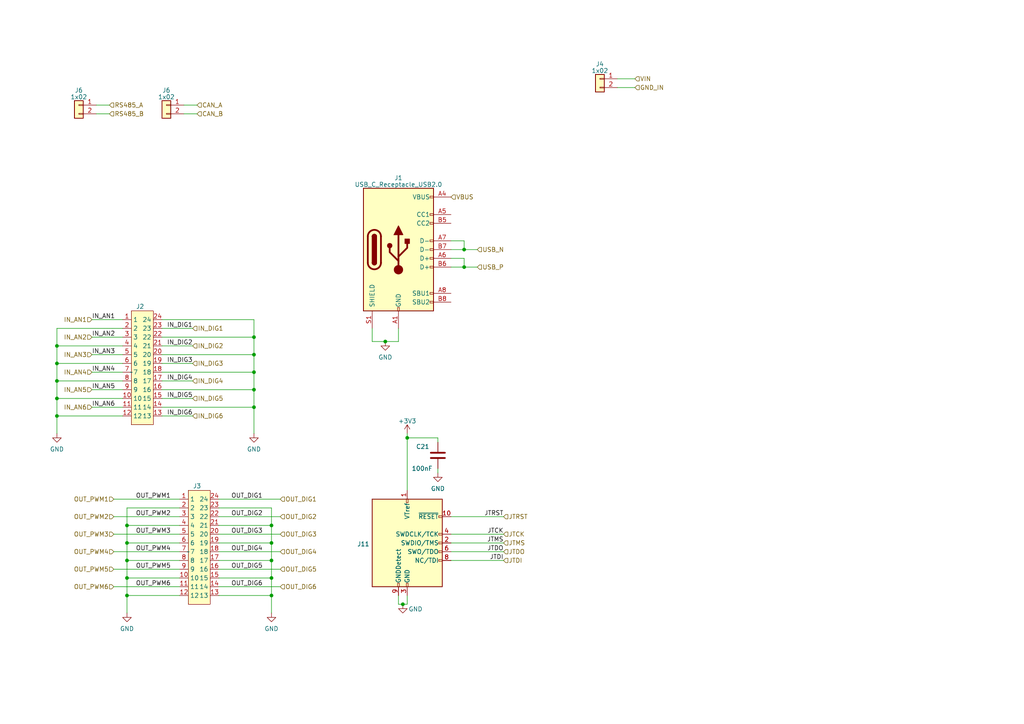
<source format=kicad_sch>
(kicad_sch (version 20230121) (generator eeschema)
  (paper "A4")
  (lib_symbols
    (symbol "Capacitors_0603:100nF" (pin_numbers hide) (pin_names (offset 0.254))
      (property "Reference" "C" (at 0.635 2.54 0))
      (property "Value" "100nF" (at 0.635 -2.54 0))
      (symbol "100nF_0_1"
        (polyline (pts (xy -2.032 -0.762) (xy 2.032 -0.762)) (stroke (width 0.508)))
        (polyline (pts (xy -2.032 0.762) (xy 2.032 0.762)) (stroke (width 0.508)))
      )
      (symbol "100nF_1_1"
        (pin passive line (at 0 3.81 270) (length 2.794) (name "~") (number "1"))
        (pin passive line (at 0 -3.81 90) (length 2.794) (name "~") (number "2"))
      )
    )
    (symbol "Connectors:1x02" (pin_names (offset 1.016) hide)
      (property "Reference" "J" (at 0 2.54 0))
      (property "Value" "1x02" (at 0 -5.08 0))
      (symbol "1x02_1_1"
        (rectangle (start -1.27 -2.413) (end 0 -2.667) (stroke (width 0.1524)))
        (rectangle (start -1.27 0.127) (end 0 -0.127) (stroke (width 0.1524)))
        (rectangle (start -1.27 1.27) (end 1.27 -3.81) (stroke (width 0.254)) (fill (type background)))
        (pin passive line (at -5.08 0 0) (length 3.81) (name "Pin_1") (number "1"))
        (pin passive line (at -5.08 -2.54 0) (length 3.81) (name "Pin_2") (number "2"))
      )
    )
    (symbol "Connectors:SWD_10_0.05" (pin_names (offset 1.016))
      (property "Reference" "J" (at -2.54 16.51 0))
      (property "Value" "Conn_ARM_JTAG_SWD_10" (at -2.54 13.97 0))
      (symbol "SWD_10_0.05_0_1"
        (rectangle (start -10.16 12.7) (end 10.16 -12.7) (stroke (width 0.254)) (fill (type background)))
        (rectangle (start -2.794 -12.7) (end -2.286 -11.684))
        (rectangle (start -0.254 -12.7) (end 0.254 -11.684))
        (rectangle (start -0.254 12.7) (end 0.254 11.684))
        (rectangle (start 9.144 2.286) (end 10.16 2.794))
        (rectangle (start 10.16 -2.794) (end 9.144 -2.286))
        (rectangle (start 10.16 -0.254) (end 9.144 0.254))
        (rectangle (start 10.16 7.874) (end 9.144 7.366))
      )
      (symbol "SWD_10_0.05_1_1"
        (rectangle (start 9.144 -5.334) (end 10.16 -4.826))
        (pin power_in line (at 0 15.24 270) (length 2.54) (name "VTref") (number "1"))
        (pin open_collector line (at 12.7 7.62 180) (length 2.54) (name "~{RESET}") (number "10"))
        (pin bidirectional line (at 12.7 0 180) (length 2.54) (name "SWDIO/TMS") (number "2"))
        (pin power_in line (at 0 -15.24 90) (length 2.54) (name "GND") (number "3"))
        (pin output line (at 12.7 2.54 180) (length 2.54) (name "SWDCLK/TCK") (number "4"))
        (pin passive line (at 0 -15.24 90) (length 2.54) hide (name "GND") (number "5"))
        (pin input line (at 12.7 -2.54 180) (length 2.54) (name "SWO/TDO") (number "6"))
        (pin no_connect line (at -10.16 0 0) (length 2.54) hide (name "KEY") (number "7"))
        (pin output line (at 12.7 -5.08 180) (length 2.54) (name "NC/TDI") (number "8"))
        (pin passive line (at -2.54 -15.24 90) (length 2.54) (name "GNDDetect") (number "9"))
      )
    )
    (symbol "Connectors:USB_C_Receptacle_USB2.0" (pin_names (offset 1.016))
      (property "Reference" "J" (at -10.16 19.05 0))
      (property "Value" "USB_C_Receptacle_USB2.0" (at 19.05 19.05 0))
      (symbol "USB_C_Receptacle_USB2.0_0_0"
        (rectangle (start -0.254 -17.78) (end 0.254 -16.764))
        (rectangle (start 10.16 -14.986) (end 9.144 -15.494))
        (rectangle (start 10.16 -12.446) (end 9.144 -12.954))
        (rectangle (start 10.16 -4.826) (end 9.144 -5.334))
        (rectangle (start 10.16 -2.286) (end 9.144 -2.794))
        (rectangle (start 10.16 0.254) (end 9.144 -0.254))
        (rectangle (start 10.16 2.794) (end 9.144 2.286))
        (rectangle (start 10.16 7.874) (end 9.144 7.366))
        (rectangle (start 10.16 10.414) (end 9.144 9.906))
        (rectangle (start 10.16 15.494) (end 9.144 14.986))
      )
      (symbol "USB_C_Receptacle_USB2.0_0_1"
        (rectangle (start -10.16 17.78) (end 10.16 -17.78) (stroke (width 0.254)) (fill (type background)))
        (arc (start -8.89 -3.81) (mid -6.985 -5.7067) (end -5.08 -3.81) (stroke (width 0.508)))
        (arc (start -7.62 -3.81) (mid -6.985 -4.4423) (end -6.35 -3.81) (stroke (width 0.254)))
        (arc (start -7.62 -3.81) (mid -6.985 -4.4423) (end -6.35 -3.81) (stroke (width 0.254)) (fill (type outline)))
        (rectangle (start -7.62 -3.81) (end -6.35 3.81) (stroke (width 0.254)) (fill (type outline)))
        (arc (start -6.35 3.81) (mid -6.985 4.4423) (end -7.62 3.81) (stroke (width 0.254)))
        (arc (start -6.35 3.81) (mid -6.985 4.4423) (end -7.62 3.81) (stroke (width 0.254)) (fill (type outline)))
        (arc (start -5.08 3.81) (mid -6.985 5.7067) (end -8.89 3.81) (stroke (width 0.508)))
        (circle (center -2.54 1.143) (radius 0.635) (stroke (width 0.254)) (fill (type outline)))
        (circle (center 0 -5.842) (radius 1.27) (fill (type outline)))
        (polyline (pts (xy -8.89 -3.81) (xy -8.89 3.81)) (stroke (width 0.508)))
        (polyline (pts (xy -5.08 3.81) (xy -5.08 -3.81)) (stroke (width 0.508)))
        (polyline (pts (xy 0 -5.842) (xy 0 4.318)) (stroke (width 0.508)))
        (polyline (pts (xy 0 -3.302) (xy -2.54 -0.762) (xy -2.54 0.508)) (stroke (width 0.508)))
        (polyline (pts (xy 0 -2.032) (xy 2.54 0.508) (xy 2.54 1.778)) (stroke (width 0.508)))
        (polyline (pts (xy -1.27 4.318) (xy 0 6.858) (xy 1.27 4.318) (xy -1.27 4.318)) (stroke (width 0.254)) (fill (type outline)))
        (rectangle (start 1.905 1.778) (end 3.175 3.048) (stroke (width 0.254)) (fill (type outline)))
      )
      (symbol "USB_C_Receptacle_USB2.0_1_1"
        (pin passive line (at 0 -22.86 90) (length 5.08) (name "GND") (number "A1"))
        (pin passive line (at 0 -22.86 90) (length 5.08) hide (name "GND") (number "A12"))
        (pin passive line (at 15.24 15.24 180) (length 5.08) (name "VBUS") (number "A4"))
        (pin bidirectional line (at 15.24 10.16 180) (length 5.08) (name "CC1") (number "A5"))
        (pin bidirectional line (at 15.24 -2.54 180) (length 5.08) (name "D+") (number "A6"))
        (pin bidirectional line (at 15.24 2.54 180) (length 5.08) (name "D-") (number "A7"))
        (pin bidirectional line (at 15.24 -12.7 180) (length 5.08) (name "SBU1") (number "A8"))
        (pin passive line (at 15.24 15.24 180) (length 5.08) hide (name "VBUS") (number "A9"))
        (pin passive line (at 0 -22.86 90) (length 5.08) hide (name "GND") (number "B1"))
        (pin passive line (at 0 -22.86 90) (length 5.08) hide (name "GND") (number "B12"))
        (pin passive line (at 15.24 15.24 180) (length 5.08) hide (name "VBUS") (number "B4"))
        (pin bidirectional line (at 15.24 7.62 180) (length 5.08) (name "CC2") (number "B5"))
        (pin bidirectional line (at 15.24 -5.08 180) (length 5.08) (name "D+") (number "B6"))
        (pin bidirectional line (at 15.24 0 180) (length 5.08) (name "D-") (number "B7"))
        (pin bidirectional line (at 15.24 -15.24 180) (length 5.08) (name "SBU2") (number "B8"))
        (pin passive line (at 15.24 15.24 180) (length 5.08) hide (name "VBUS") (number "B9"))
        (pin passive line (at -7.62 -22.86 90) (length 5.08) (name "SHIELD") (number "S1"))
      )
    )
    (symbol "Connectors:Wurth_24pins_3mm_2rows"
      (property "Reference" "J" (at 1.27 19.05 0))
      (property "Manufacturer Part Number" "66202421022" (at 10.16 24.13 0))
      (symbol "Wurth_24pins_3mm_2rows_1_1"
        (rectangle (start -2.54 17.78) (end 3.81 -15.24) (fill (type background)))
        (pin passive line (at -5.08 15.24 0) (length 2.54) (name "1") (number "1"))
        (pin passive line (at -5.08 -7.62 0) (length 2.54) (name "10") (number "10"))
        (pin passive line (at -5.08 -10.16 0) (length 2.54) (name "11") (number "11"))
        (pin passive line (at -5.08 -12.7 0) (length 2.54) (name "12") (number "12"))
        (pin passive line (at 6.35 -12.7 180) (length 2.54) (name "13") (number "13"))
        (pin passive line (at 6.35 -10.16 180) (length 2.54) (name "14") (number "14"))
        (pin passive line (at 6.35 -7.62 180) (length 2.54) (name "15") (number "15"))
        (pin passive line (at 6.35 -5.08 180) (length 2.54) (name "16") (number "16"))
        (pin passive line (at 6.35 -2.54 180) (length 2.54) (name "17") (number "17"))
        (pin passive line (at 6.35 0 180) (length 2.54) (name "18") (number "18"))
        (pin passive line (at 6.35 2.54 180) (length 2.54) (name "19") (number "19"))
        (pin passive line (at -5.08 12.7 0) (length 2.54) (name "2") (number "2"))
        (pin passive line (at 6.35 5.08 180) (length 2.54) (name "20") (number "20"))
        (pin passive line (at 6.35 7.62 180) (length 2.54) (name "21") (number "21"))
        (pin passive line (at 6.35 10.16 180) (length 2.54) (name "22") (number "22"))
        (pin passive line (at 6.35 12.7 180) (length 2.54) (name "23") (number "23"))
        (pin passive line (at 6.35 15.24 180) (length 2.54) (name "24") (number "24"))
        (pin passive line (at -5.08 10.16 0) (length 2.54) (name "3") (number "3"))
        (pin passive line (at -5.08 7.62 0) (length 2.54) (name "4") (number "4"))
        (pin passive line (at -5.08 5.08 0) (length 2.54) (name "5") (number "5"))
        (pin passive line (at -5.08 2.54 0) (length 2.54) (name "6") (number "6"))
        (pin passive line (at -5.08 0 0) (length 2.54) (name "7") (number "7"))
        (pin passive line (at -5.08 -2.54 0) (length 2.54) (name "8") (number "8"))
        (pin passive line (at -5.08 -5.08 0) (length 2.54) (name "9") (number "9"))
      )
    )
    (symbol "power:+3V3" (power) (pin_names (offset 0))
      (property "Value" "+3V3" (at 0 3.556 0))
      (symbol "+3V3_0_1"
        (polyline (pts (xy -0.762 1.27) (xy 0 2.54)))
        (polyline (pts (xy 0 0) (xy 0 2.54)))
        (polyline (pts (xy 0 2.54) (xy 0.762 1.27)))
      )
      (symbol "+3V3_1_1"
        (pin power_in line (at 0 0 90) (length 0) hide (name "+3V3") (number "1"))
      )
    )
    (symbol "power:GND" (power) (pin_names (offset 0))
      (property "Value" "GND" (at 0 -3.81 0))
      (symbol "GND_0_1"
        (polyline (pts (xy 0 0) (xy 0 -1.27) (xy 1.27 -1.27) (xy 0 -2.54) (xy -1.27 -1.27) (xy 0 -1.27)))
      )
      (symbol "GND_1_1"
        (pin power_in line (at 0 0 270) (length 0) hide (name "GND") (number "1"))
      )
    )
  )
  (junction (at 118.11 127))
  (junction (at 16.51 105.41))
  (junction (at 36.83 157.48))
  (junction (at 78.74 152.4))
  (junction (at 36.83 172.72))
  (junction (at 16.51 100.33))
  (junction (at 78.74 172.72))
  (junction (at 36.83 162.56))
  (junction (at 16.51 115.57))
  (junction (at 36.83 152.4))
  (junction (at 73.66 113.03))
  (junction (at 78.74 162.56))
  (junction (at 134.62 77.47))
  (junction (at 116.84 175.26))
  (junction (at 16.51 120.65))
  (junction (at 73.66 107.95))
  (junction (at 111.76 99.06))
  (junction (at 134.62 72.39))
  (junction (at 73.66 97.79))
  (junction (at 36.83 167.64))
  (junction (at 78.74 167.64))
  (junction (at 78.74 157.48))
  (junction (at 73.66 102.87))
  (junction (at 73.66 118.11))
  (junction (at 16.51 110.49))
  (wire (pts (xy 73.66 107.95) (xy 46.99 107.95)))
  (wire (pts (xy 78.74 172.72) (xy 78.74 177.8)))
  (wire (pts (xy 35.56 95.25) (xy 16.51 95.25)))
  (wire (pts (xy 16.51 115.57) (xy 16.51 110.49)))
  (wire (pts (xy 26.67 97.79) (xy 35.56 97.79)))
  (wire (pts (xy 63.5 157.48) (xy 78.74 157.48)))
  (wire (pts (xy 63.5 147.32) (xy 78.74 147.32)))
  (wire (pts (xy 130.81 72.39) (xy 134.62 72.39)))
  (wire (pts (xy 63.5 167.64) (xy 78.74 167.64)))
  (wire (pts (xy 127 135.89) (xy 127 137.16)))
  (wire (pts (xy 26.67 102.87) (xy 35.56 102.87)))
  (wire (pts (xy 26.67 107.95) (xy 35.56 107.95)))
  (wire (pts (xy 118.11 127) (xy 127 127)))
  (wire (pts (xy 35.56 115.57) (xy 16.51 115.57)))
  (wire (pts (xy 16.51 95.25) (xy 16.51 100.33)))
  (wire (pts (xy 33.02 170.18) (xy 52.07 170.18)))
  (wire (pts (xy 78.74 167.64) (xy 78.74 172.72)))
  (wire (pts (xy 53.34 30.48) (xy 57.15 30.48)))
  (wire (pts (xy 16.51 105.41) (xy 35.56 105.41)))
  (wire (pts (xy 130.81 160.02) (xy 146.05 160.02)))
  (wire (pts (xy 118.11 127) (xy 118.11 142.24)))
  (wire (pts (xy 81.28 144.78) (xy 63.5 144.78)))
  (wire (pts (xy 115.57 175.26) (xy 116.84 175.26)))
  (wire (pts (xy 35.56 110.49) (xy 16.51 110.49)))
  (wire (pts (xy 130.81 149.86) (xy 146.05 149.86)))
  (wire (pts (xy 36.83 162.56) (xy 52.07 162.56)))
  (wire (pts (xy 16.51 120.65) (xy 16.51 115.57)))
  (wire (pts (xy 130.81 157.48) (xy 146.05 157.48)))
  (wire (pts (xy 33.02 144.78) (xy 52.07 144.78)))
  (wire (pts (xy 53.34 33.02) (xy 57.15 33.02)))
  (wire (pts (xy 134.62 69.85) (xy 134.62 72.39)))
  (wire (pts (xy 134.62 74.93) (xy 134.62 77.47)))
  (wire (pts (xy 36.83 157.48) (xy 36.83 162.56)))
  (wire (pts (xy 63.5 162.56) (xy 78.74 162.56)))
  (wire (pts (xy 130.81 69.85) (xy 134.62 69.85)))
  (wire (pts (xy 115.57 172.72) (xy 115.57 175.26)))
  (wire (pts (xy 36.83 172.72) (xy 36.83 177.8)))
  (wire (pts (xy 63.5 170.18) (xy 81.28 170.18)))
  (wire (pts (xy 130.81 77.47) (xy 134.62 77.47)))
  (wire (pts (xy 33.02 154.94) (xy 52.07 154.94)))
  (wire (pts (xy 27.94 33.02) (xy 31.75 33.02)))
  (wire (pts (xy 36.83 147.32) (xy 36.83 152.4)))
  (wire (pts (xy 130.81 162.56) (xy 146.05 162.56)))
  (wire (pts (xy 63.5 160.02) (xy 81.28 160.02)))
  (wire (pts (xy 73.66 107.95) (xy 73.66 113.03)))
  (wire (pts (xy 73.66 118.11) (xy 73.66 125.73)))
  (wire (pts (xy 78.74 167.64) (xy 78.74 162.56)))
  (wire (pts (xy 118.11 125.73) (xy 118.11 127)))
  (wire (pts (xy 63.5 154.94) (xy 81.28 154.94)))
  (wire (pts (xy 78.74 152.4) (xy 63.5 152.4)))
  (wire (pts (xy 63.5 172.72) (xy 78.74 172.72)))
  (wire (pts (xy 73.66 92.71) (xy 73.66 97.79)))
  (wire (pts (xy 116.84 175.26) (xy 118.11 175.26)))
  (wire (pts (xy 16.51 120.65) (xy 16.51 125.73)))
  (wire (pts (xy 36.83 152.4) (xy 36.83 157.48)))
  (wire (pts (xy 127 128.27) (xy 127 127)))
  (wire (pts (xy 55.88 115.57) (xy 46.99 115.57)))
  (wire (pts (xy 33.02 165.1) (xy 52.07 165.1)))
  (wire (pts (xy 134.62 77.47) (xy 138.43 77.47)))
  (wire (pts (xy 55.88 110.49) (xy 46.99 110.49)))
  (wire (pts (xy 36.83 167.64) (xy 52.07 167.64)))
  (wire (pts (xy 46.99 102.87) (xy 73.66 102.87)))
  (wire (pts (xy 46.99 105.41) (xy 55.88 105.41)))
  (wire (pts (xy 35.56 120.65) (xy 16.51 120.65)))
  (wire (pts (xy 52.07 147.32) (xy 36.83 147.32)))
  (wire (pts (xy 130.81 74.93) (xy 134.62 74.93)))
  (wire (pts (xy 134.62 72.39) (xy 138.43 72.39)))
  (wire (pts (xy 179.07 25.4) (xy 184.15 25.4)))
  (wire (pts (xy 55.88 95.25) (xy 46.99 95.25)))
  (wire (pts (xy 107.95 99.06) (xy 111.76 99.06)))
  (wire (pts (xy 26.67 92.71) (xy 35.56 92.71)))
  (wire (pts (xy 36.83 157.48) (xy 52.07 157.48)))
  (wire (pts (xy 36.83 172.72) (xy 52.07 172.72)))
  (wire (pts (xy 118.11 175.26) (xy 118.11 172.72)))
  (wire (pts (xy 107.95 95.25) (xy 107.95 99.06)))
  (wire (pts (xy 16.51 100.33) (xy 16.51 105.41)))
  (wire (pts (xy 63.5 149.86) (xy 81.28 149.86)))
  (wire (pts (xy 46.99 118.11) (xy 73.66 118.11)))
  (wire (pts (xy 111.76 99.06) (xy 115.57 99.06)))
  (wire (pts (xy 36.83 167.64) (xy 36.83 172.72)))
  (wire (pts (xy 73.66 97.79) (xy 73.66 102.87)))
  (wire (pts (xy 55.88 100.33) (xy 46.99 100.33)))
  (wire (pts (xy 26.67 113.03) (xy 35.56 113.03)))
  (wire (pts (xy 73.66 113.03) (xy 73.66 118.11)))
  (wire (pts (xy 33.02 149.86) (xy 52.07 149.86)))
  (wire (pts (xy 179.07 22.86) (xy 184.15 22.86)))
  (wire (pts (xy 27.94 30.48) (xy 31.75 30.48)))
  (wire (pts (xy 73.66 102.87) (xy 73.66 107.95)))
  (wire (pts (xy 33.02 160.02) (xy 52.07 160.02)))
  (wire (pts (xy 46.99 97.79) (xy 73.66 97.79)))
  (wire (pts (xy 26.67 118.11) (xy 35.56 118.11)))
  (wire (pts (xy 36.83 152.4) (xy 52.07 152.4)))
  (wire (pts (xy 73.66 113.03) (xy 46.99 113.03)))
  (wire (pts (xy 63.5 165.1) (xy 81.28 165.1)))
  (wire (pts (xy 78.74 157.48) (xy 78.74 162.56)))
  (wire (pts (xy 16.51 110.49) (xy 16.51 105.41)))
  (wire (pts (xy 16.51 100.33) (xy 35.56 100.33)))
  (wire (pts (xy 78.74 147.32) (xy 78.74 152.4)))
  (wire (pts (xy 78.74 152.4) (xy 78.74 157.48)))
  (wire (pts (xy 36.83 162.56) (xy 36.83 167.64)))
  (wire (pts (xy 46.99 92.71) (xy 73.66 92.71)))
  (wire (pts (xy 115.57 95.25) (xy 115.57 99.06)))
  (wire (pts (xy 130.81 154.94) (xy 146.05 154.94)))
  (wire (pts (xy 55.88 120.65) (xy 46.99 120.65)))
  (label "OUT_PWM2" (at 39.37 149.86 0))
  (label "IN_DIG5" (at 55.88 115.57 180))
  (label "JTRST" (at 146.05 149.86 180))
  (label "OUT_DIG2" (at 76.2 149.86 180))
  (label "OUT_DIG6" (at 76.2 170.18 180))
  (label "OUT_PWM1" (at 39.37 144.78 0))
  (label "IN_DIG4" (at 55.88 110.49 180))
  (label "OUT_PWM4" (at 39.37 160.02 0))
  (label "IN_DIG6" (at 55.88 120.65 180))
  (label "OUT_PWM5" (at 39.37 165.1 0))
  (label "IN_AN1" (at 26.67 92.71 0))
  (label "JTCK" (at 146.05 154.94 180))
  (label "OUT_DIG5" (at 76.2 165.1 180))
  (label "OUT_DIG1" (at 76.2 144.78 180))
  (label "IN_AN3" (at 26.67 102.87 0))
  (label "JTDI" (at 146.05 162.56 180))
  (label "IN_AN5" (at 26.67 113.03 0))
  (label "OUT_PWM6" (at 39.37 170.18 0))
  (label "OUT_DIG4" (at 76.2 160.02 180))
  (label "IN_DIG3" (at 55.88 105.41 180))
  (label "OUT_DIG3" (at 76.2 154.94 180))
  (label "IN_DIG1" (at 55.88 95.25 180))
  (label "OUT_PWM3" (at 39.37 154.94 0))
  (label "IN_DIG2" (at 55.88 100.33 180))
  (label "IN_AN6" (at 26.67 118.11 0))
  (label "JTMS" (at 146.05 157.48 180))
  (label "IN_AN4" (at 26.67 107.95 0))
  (label "JTDO" (at 146.05 160.02 180))
  (label "IN_AN2" (at 26.67 97.79 0))
  (hierarchical_label "OUT_PWM6" (shape input) (at 33.02 170.18 180))
  (hierarchical_label "VBUS" (shape input) (at 130.81 57.15 0))
  (hierarchical_label "RS485_B" (shape input) (at 31.75 33.02 0))
  (hierarchical_label "OUT_PWM5" (shape input) (at 33.02 165.1 180))
  (hierarchical_label "OUT_DIG6" (shape input) (at 81.28 170.18 0))
  (hierarchical_label "OUT_DIG3" (shape input) (at 81.28 154.94 0))
  (hierarchical_label "CAN_B" (shape input) (at 57.15 33.02 0))
  (hierarchical_label "IN_DIG5" (shape input) (at 55.88 115.57 0))
  (hierarchical_label "OUT_PWM3" (shape input) (at 33.02 154.94 180))
  (hierarchical_label "OUT_DIG1" (shape input) (at 81.28 144.78 0))
  (hierarchical_label "JTDO" (shape input) (at 146.05 160.02 0))
  (hierarchical_label "JTCK" (shape input) (at 146.05 154.94 0))
  (hierarchical_label "IN_DIG3" (shape input) (at 55.88 105.41 0))
  (hierarchical_label "RS485_A" (shape input) (at 31.75 30.48 0))
  (hierarchical_label "JTMS" (shape input) (at 146.05 157.48 0))
  (hierarchical_label "IN_AN2" (shape input) (at 26.67 97.79 180))
  (hierarchical_label "VIN" (shape input) (at 184.15 22.86 0))
  (hierarchical_label "OUT_DIG2" (shape input) (at 81.28 149.86 0))
  (hierarchical_label "JTRST" (shape input) (at 146.05 149.86 0))
  (hierarchical_label "OUT_DIG4" (shape input) (at 81.28 160.02 0))
  (hierarchical_label "IN_AN3" (shape input) (at 26.67 102.87 180))
  (hierarchical_label "CAN_A" (shape input) (at 57.15 30.48 0))
  (hierarchical_label "OUT_PWM2" (shape input) (at 33.02 149.86 180))
  (hierarchical_label "IN_DIG1" (shape input) (at 55.88 95.25 0))
  (hierarchical_label "IN_DIG6" (shape input) (at 55.88 120.65 0))
  (hierarchical_label "IN_DIG4" (shape input) (at 55.88 110.49 0))
  (hierarchical_label "GND_IN" (shape input) (at 184.15 25.4 0))
  (hierarchical_label "IN_AN6" (shape input) (at 26.67 118.11 180))
  (hierarchical_label "OUT_PWM1" (shape input) (at 33.02 144.78 180))
  (hierarchical_label "JTDI" (shape input) (at 146.05 162.56 0))
  (hierarchical_label "IN_AN1" (shape input) (at 26.67 92.71 180))
  (hierarchical_label "IN_AN4" (shape input) (at 26.67 107.95 180))
  (hierarchical_label "USB_N" (shape input) (at 138.43 72.39 0))
  (hierarchical_label "USB_P" (shape input) (at 138.43 77.47 0))
  (hierarchical_label "OUT_DIG5" (shape input) (at 81.28 165.1 0))
  (hierarchical_label "IN_DIG2" (shape input) (at 55.88 100.33 0))
  (hierarchical_label "IN_AN5" (shape input) (at 26.67 113.03 180))
  (hierarchical_label "OUT_PWM4" (shape input) (at 33.02 160.02 180))
  (symbol (lib_id "Connectors:1x02") (at 48.26 30.48 0) (mirror y) (unit 1)
    (property "Reference" "J6" (at 48.26 26.2001 0))
    (property "Value" "1x02" (at 48.26 28.1211 0))
    (property "Footprint" "Connectors:WURTH-691312510002" (effects hide))
    (property "Datasheet" "https://www.we-online.com/catalog/datasheet/691312510002.pdf" (effects hide))
    (property "Manufacturer" "Wurth Elektronik" (effects hide))
    (property "MPN" "691312510002" (effects hide))
    (property "Supplier" "Mouser" (effects hide))
    (property "Supplier Part Number" "710-691312510002" (effects hide))
    (property "Price" "0.274" (effects hide))
    (instances (project "WattWell-Controller" (path "" (reference "J6") (unit 1)) (path "" (reference "J12") (unit 1))))
  )
  (symbol (lib_id "power:GND") (at 111.76 99.06 0) (unit 1)
    (property "Reference" "#PWR032" (effects hide))
    (property "Value" "GND" (at 111.76 103.6225 0))
    (instances (project "WattWell-Controller" (path "" (reference "#PWR032") (unit 1)) (path "" (reference "#PWR085") (unit 1))))
  )
  (symbol (lib_id "power:GND") (at 78.74 177.8 0) (unit 1)
    (property "Reference" "#PWR032" (effects hide))
    (property "Value" "GND" (at 78.74 182.3625 0))
  )
  (symbol (lib_id "power:GND") (at 36.83 177.8 0) (unit 1)
    (property "Reference" "#PWR031" (effects hide))
    (property "Value" "GND" (at 36.83 182.3625 0))
  )
  (symbol (lib_id "Connectors:USB_C_Receptacle_USB2.0") (at 115.57 72.39 0) (unit 1)
    (property "Reference" "J1" (at 115.57 51.6001 0))
    (property "Value" "USB_C_Receptacle_USB2.0" (at 115.57 53.5211 0))
    (property "Datasheet" "https://www.we-online.com/catalog/datasheet/632723100011.pdf" (effects hide))
    (property "Manufacturer" "Wurth Elektronik" (effects hide))
    (property "MPN" "632723100011" (effects hide))
    (property "Supplier" "Mouser" (effects hide))
    (property "Supplier Part Number" "710-632723100011" (effects hide))
    (property "Price" "3.47" (effects hide))
  )
  (symbol (lib_id "power:GND") (at 73.66 125.73 0) (unit 1)
    (property "Reference" "#PWR030" (effects hide))
    (property "Value" "GND" (at 73.66 130.2925 0))
  )
  (symbol (lib_id "power:+3V3") (at 118.11 125.73 0) (unit 1)
    (property "Reference" "#PWR068" (effects hide))
    (property "Value" "+3V3" (at 118.11 122.1255 0))
    (instances (project "WattWell-Controller" (path "" (reference "#PWR068") (unit 1)) (path "" (reference "#PWR067") (unit 1)) (path "" (reference "#PWR067") (unit 1))))
  )
  (symbol (lib_id "Connectors:Wurth_24pins_3mm_2rows") (at 40.64 107.95 0) (unit 1)
    (property "Reference" "J2" (at 40.64 88.9 0))
    (property "Value" "~" (at 38.1 107.95 0))
    (property "Datasheet" "https://www.we-online.com/components/products/datasheet/66202421022.pdf" (effects hide))
    (property "Manufacturer" "Wurth Electronics" (effects hide))
    (property "Manufacturer Part Number" "66202421022" (effects hide))
    (property "Supplier" "Mouser" (effects hide))
    (property "Supplier Part Number" "710-66202421022" (effects hide))
  )
  (symbol (lib_id "Connectors:SWD_10_0.05") (at 118.11 157.48 0) (unit 1)
    (property "Reference" "J11" (at 107.188 157.7968 0) (effects (justify right)))
    (property "Value" "Conn_ARM_JTAG_SWD_10" (effects hide))
    (property "Datasheet" "http://infocenter.arm.com/help/topic/com.arm.doc.ddi0314h/DDI0314H_coresight_components_trm.pdf" (effects hide))
    (property "Manufacturer" "Adafruit" (effects hide))
    (property "MPN" "4048" (effects hide))
    (property "Supplier" "Mouser" (effects hide))
    (property "Supplier Part Number" "485-4048" (effects hide))
    (instances (project "WattWell-Controller" (path "" (reference "J11") (unit 1)) (path "" (reference "J5") (unit 1)) (path "" (reference "J5") (unit 1))))
  )
  (symbol (lib_id "power:GND") (at 127 137.16 0) (unit 1)
    (property "Reference" "#PWR069" (effects hide))
    (property "Value" "GND" (at 127 141.7225 0))
    (instances (project "WattWell-Controller" (path "" (reference "#PWR069") (unit 1)) (path "" (reference "#PWR068") (unit 1)) (path "" (reference "#PWR015") (unit 1))))
  )
  (symbol (lib_id "power:GND") (at 16.51 125.73 0) (unit 1)
    (property "Reference" "#PWR029" (effects hide))
    (property "Value" "GND" (at 16.51 130.2925 0))
  )
  (symbol (lib_id "Connectors:1x02") (at 173.99 22.86 0) (mirror y) (unit 1)
    (property "Reference" "J4" (at 173.99 18.5801 0))
    (property "Value" "1x02" (at 173.99 20.5011 0))
    (property "Footprint" "Connectors:WURTH-691312510002" (effects hide))
    (property "Datasheet" "https://www.we-online.com/catalog/datasheet/691312510002.pdf" (effects hide))
    (property "Manufacturer" "Wurth Elektronik" (effects hide))
    (property "MPN" "691312510002" (effects hide))
    (property "Supplier" "Mouser" (effects hide))
    (property "Supplier Part Number" "710-691312510002" (effects hide))
    (property "Price" "0.274" (effects hide))
  )
  (symbol (lib_id "Connectors:Wurth_24pins_3mm_2rows") (at 57.15 160.02 0) (unit 1)
    (property "Reference" "J3" (at 57.15 140.97 0))
    (property "Value" "~" (at 54.61 160.02 0))
    (property "Datasheet" "https://www.we-online.com/components/products/datasheet/66202421022.pdf" (effects hide))
    (property "Manufacturer" "Wurth Electronics" (effects hide))
    (property "Manufacturer Part Number" "66202421022" (effects hide))
    (property "Supplier" "Mouser" (effects hide))
    (property "Supplier Part Number" "710-66202421022" (effects hide))
  )
  (symbol (lib_id "Capacitors_0603:100nF") (at 127 132.08 0) (unit 1)
    (property "Reference" "C21" (at 120.65 129.54 0) (effects (justify left)))
    (property "Value" "100nF" (at 119.38 135.89 0) (effects (justify left)))
    (property "Footprint" "Capacitor_SMD:C_0603_1608Metric" (effects hide))
    (property "Datasheet" "https://media.digikey.com/pdf/Data%20Sheets/Samsung%20PDFs/CL_Series_MLCC_ds.pdf" (effects hide))
    (property "Manufacturer" "Samsung Electro-Mechanics" (effects hide))
    (property "MPN" "CL10B104KB8NNNC" (effects hide))
    (property "Supplier" "Digikey" (effects hide))
    (property "Supplier Nr." "1276-1000-1-ND" (effects hide))
    (property "Description" "0.1µF ±10% 50V Ceramic Capacitor X7R 0603 (1608 Metric)" (effects hide))
    (property "Tolerance" "10%" (effects hide))
    (property "Voltage" "50V" (effects hide))
    (property "Dielectric" "X7R" (effects hide))
    (property "Price" "0.09" (effects hide))
  )
  (symbol (lib_id "power:GND") (at 116.84 175.26 0) (unit 1)
    (property "Reference" "#PWR067" (effects hide))
    (property "Value" "GND" (at 120.523 176.657 0))
    (instances (project "WattWell-Controller" (path "" (reference "#PWR067") (unit 1)) (path "" (reference "#PWR015") (unit 1)) (path "" (reference "#PWR068") (unit 1))))
  )
  (symbol (lib_id "Connectors:1x02") (at 22.86 30.48 0) (mirror y) (unit 1)
    (property "Reference" "J6" (at 22.86 26.2001 0))
    (property "Value" "1x02" (at 22.86 28.1211 0))
    (property "Footprint" "Connectors:WURTH-691312510002" (effects hide))
    (property "Datasheet" "https://www.we-online.com/catalog/datasheet/691312510002.pdf" (effects hide))
    (property "Manufacturer" "Wurth Elektronik" (effects hide))
    (property "MPN" "691312510002" (effects hide))
    (property "Supplier" "Mouser" (effects hide))
    (property "Supplier Part Number" "710-691312510002" (effects hide))
    (property "Price" "0.274" (effects hide))
  )
)
</source>
